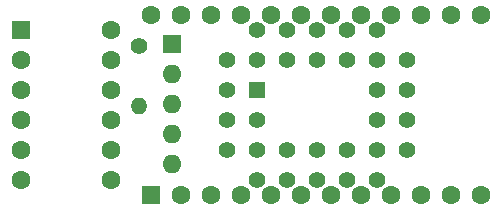
<source format=gbr>
G04 #@! TF.GenerationSoftware,KiCad,Pcbnew,9.0.0*
G04 #@! TF.CreationDate,2025-06-03T17:41:34-04:00*
G04 #@! TF.ProjectId,CBM2-MultiROM,43424d32-2d4d-4756-9c74-69524f4d2e6b,rev?*
G04 #@! TF.SameCoordinates,Original*
G04 #@! TF.FileFunction,Soldermask,Top*
G04 #@! TF.FilePolarity,Negative*
%FSLAX46Y46*%
G04 Gerber Fmt 4.6, Leading zero omitted, Abs format (unit mm)*
G04 Created by KiCad (PCBNEW 9.0.0) date 2025-06-03 17:41:34*
%MOMM*%
%LPD*%
G01*
G04 APERTURE LIST*
G04 Aperture macros list*
%AMRoundRect*
0 Rectangle with rounded corners*
0 $1 Rounding radius*
0 $2 $3 $4 $5 $6 $7 $8 $9 X,Y pos of 4 corners*
0 Add a 4 corners polygon primitive as box body*
4,1,4,$2,$3,$4,$5,$6,$7,$8,$9,$2,$3,0*
0 Add four circle primitives for the rounded corners*
1,1,$1+$1,$2,$3*
1,1,$1+$1,$4,$5*
1,1,$1+$1,$6,$7*
1,1,$1+$1,$8,$9*
0 Add four rect primitives between the rounded corners*
20,1,$1+$1,$2,$3,$4,$5,0*
20,1,$1+$1,$4,$5,$6,$7,0*
20,1,$1+$1,$6,$7,$8,$9,0*
20,1,$1+$1,$8,$9,$2,$3,0*%
G04 Aperture macros list end*
%ADD10RoundRect,0.250000X-0.550000X-0.550000X0.550000X-0.550000X0.550000X0.550000X-0.550000X0.550000X0*%
%ADD11C,1.600000*%
%ADD12RoundRect,0.250000X0.550000X-0.550000X0.550000X0.550000X-0.550000X0.550000X-0.550000X-0.550000X0*%
%ADD13R,1.600000X1.600000*%
%ADD14O,1.600000X1.600000*%
%ADD15C,1.400000*%
%ADD16O,1.400000X1.400000*%
%ADD17R,1.422400X1.422400*%
%ADD18C,1.422400*%
G04 APERTURE END LIST*
D10*
X103581200Y-81229200D03*
D11*
X103581200Y-83769200D03*
X103581200Y-86309199D03*
X103581200Y-88849200D03*
X103581200Y-91389200D03*
X103581200Y-93929200D03*
X111201200Y-93929200D03*
X111201200Y-91389200D03*
X111201200Y-88849200D03*
X111201200Y-86309200D03*
X111201200Y-83769200D03*
X111201200Y-81229200D03*
D12*
X114585750Y-95192850D03*
D11*
X117125750Y-95192850D03*
X119665750Y-95192850D03*
X122205750Y-95192850D03*
X124745750Y-95192850D03*
X127285750Y-95192850D03*
X129825750Y-95192850D03*
X132365750Y-95192850D03*
X134905750Y-95192850D03*
X137445750Y-95192850D03*
X139985750Y-95192850D03*
X142525750Y-95192850D03*
X142525750Y-79952850D03*
X139985750Y-79952850D03*
X137445750Y-79952850D03*
X134905750Y-79952850D03*
X132365750Y-79952850D03*
X129825750Y-79952850D03*
X127285750Y-79952850D03*
X124745750Y-79952850D03*
X122205750Y-79952850D03*
X119665750Y-79952850D03*
X117125750Y-79952850D03*
X114585750Y-79952850D03*
D13*
X116306600Y-82448400D03*
D14*
X116306600Y-84988400D03*
X116306600Y-87528400D03*
X116306600Y-90068400D03*
X116306600Y-92608400D03*
D15*
X113563400Y-82575401D03*
D16*
X113563400Y-87655400D03*
D17*
X123545599Y-86309200D03*
D18*
X121005599Y-88849200D03*
X123545599Y-88849200D03*
X121005599Y-91389200D03*
X123545599Y-93929200D03*
X123545599Y-91389199D03*
X126085599Y-93929200D03*
X126085599Y-91389200D03*
X128625599Y-93929200D03*
X128625599Y-91389200D03*
X131165599Y-93929200D03*
X131165599Y-91389200D03*
X133705599Y-93929200D03*
X136245600Y-91389200D03*
X133705598Y-91389200D03*
X136245599Y-88849200D03*
X133705599Y-88849200D03*
X136245599Y-86309200D03*
X133705599Y-86309200D03*
X136245599Y-83769200D03*
X133705598Y-81229200D03*
X133705599Y-83769200D03*
X131165599Y-81229200D03*
X131165599Y-83769200D03*
X128625599Y-81229200D03*
X128625599Y-83769200D03*
X126085599Y-81229200D03*
X126085599Y-83769200D03*
X123545599Y-81229201D03*
X121005599Y-83769200D03*
X123545599Y-83769200D03*
X121005599Y-86309200D03*
M02*

</source>
